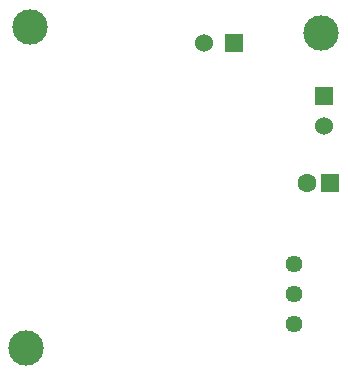
<source format=gbr>
%TF.GenerationSoftware,KiCad,Pcbnew,8.0.2*%
%TF.CreationDate,2024-06-16T16:48:48+02:00*%
%TF.ProjectId,SCS LEDs,53435320-4c45-4447-932e-6b696361645f,rev?*%
%TF.SameCoordinates,Original*%
%TF.FileFunction,Soldermask,Bot*%
%TF.FilePolarity,Negative*%
%FSLAX46Y46*%
G04 Gerber Fmt 4.6, Leading zero omitted, Abs format (unit mm)*
G04 Created by KiCad (PCBNEW 8.0.2) date 2024-06-16 16:48:48*
%MOMM*%
%LPD*%
G01*
G04 APERTURE LIST*
%ADD10R,1.600000X1.600000*%
%ADD11C,1.600000*%
%ADD12R,1.530000X1.530000*%
%ADD13C,1.530000*%
%ADD14C,3.000000*%
%ADD15C,1.440000*%
G04 APERTURE END LIST*
D10*
%TO.C,C1*%
X97028000Y-64516000D03*
D11*
X95028000Y-64516000D03*
%TD*%
D12*
%TO.C,J1*%
X88900000Y-52705000D03*
D13*
X86360000Y-52705000D03*
%TD*%
D14*
%TO.C,*%
X71628000Y-51308000D03*
%TD*%
%TO.C,*%
X96266000Y-51816000D03*
%TD*%
D12*
%TO.C,J2*%
X96520000Y-57150000D03*
D13*
X96520000Y-59690000D03*
%TD*%
D15*
%TO.C,U3*%
X93948000Y-71435500D03*
X93948000Y-73975500D03*
X93948000Y-76515500D03*
%TD*%
D14*
%TO.C,*%
X71272400Y-78536800D03*
%TD*%
M02*

</source>
